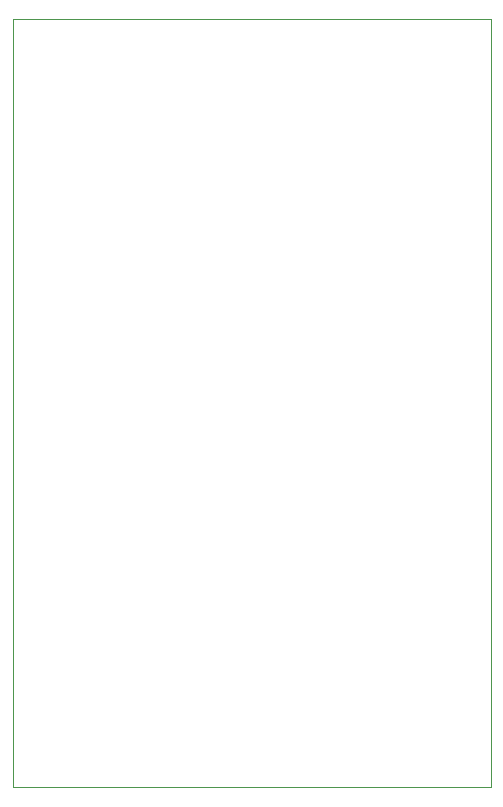
<source format=gbr>
%TF.GenerationSoftware,KiCad,Pcbnew,(6.0.6)*%
%TF.CreationDate,2023-01-19T19:18:13-03:00*%
%TF.ProjectId,mod_rele,6d6f645f-7265-46c6-952e-6b696361645f,rev?*%
%TF.SameCoordinates,Original*%
%TF.FileFunction,Profile,NP*%
%FSLAX46Y46*%
G04 Gerber Fmt 4.6, Leading zero omitted, Abs format (unit mm)*
G04 Created by KiCad (PCBNEW (6.0.6)) date 2023-01-19 19:18:13*
%MOMM*%
%LPD*%
G01*
G04 APERTURE LIST*
%TA.AperFunction,Profile*%
%ADD10C,0.100000*%
%TD*%
G04 APERTURE END LIST*
D10*
X112250000Y-98500000D02*
X71750000Y-98500000D01*
X71750000Y-98500000D02*
X71750000Y-33500000D01*
X71750000Y-33500000D02*
X112250000Y-33500000D01*
X112250000Y-33500000D02*
X112250000Y-98500000D01*
M02*

</source>
